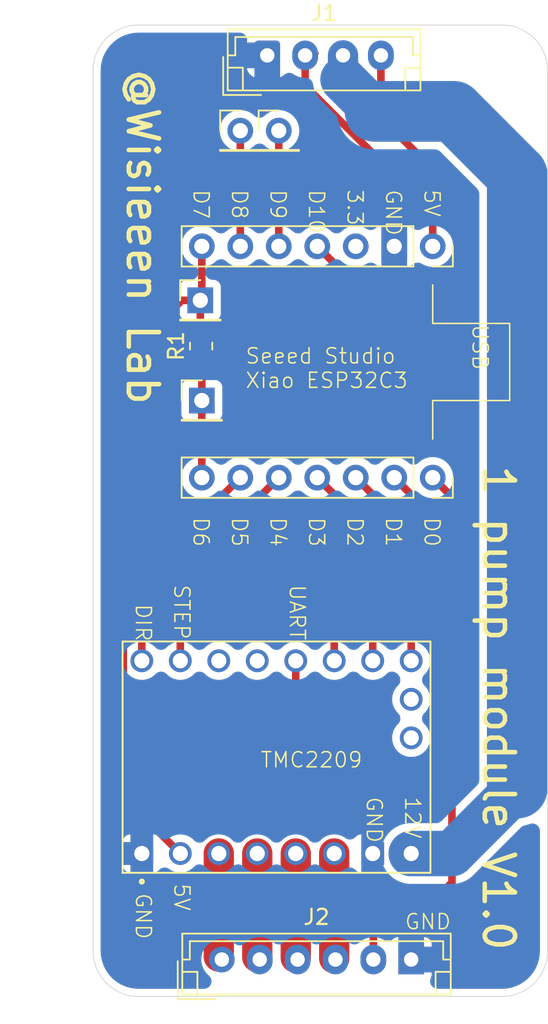
<source format=kicad_pcb>
(kicad_pcb (version 20241229) (generator "pcbnew") (generator_version "9.0")
  (layers (0 "F.Cu" signal) (2 "B.Cu" signal) (13 "F.Paste" user) (15 "B.Paste" user) (5 "F.SilkS" user "F.Silkscreen") (7 "B.SilkS" user "B.Silkscreen") (1 "F.Mask" user) (3 "B.Mask" user) (25 "Edge.Cuts" user))
  (net 0 "")
  (net 1 "Net-(D1-K)")
  (net 2 "+5V")
  (net 3 "+12V")
  (net 4 "GND")
  (net 5 "Net-(J2-Pin_5)")
  (net 6 "Net-(J2-Pin_2)")
  (net 7 "Net-(J2-Pin_4)")
  (net 8 "Net-(J2-Pin_1)")
  (net 9 "Net-(J2-Pin_3)")
  (net 10 "Net-(U2-PB08_A6_D6_TX)")
  (net 11 "Net-(U1-SPRD)")
  (net 13 "unconnected-(U1-MS2-Pad14)")
  (net 14 "Net-(U1-STEP)")
  (net 15 "unconnected-(U1-MS1-Pad15)")
  (net 16 "Net-(U1-DIR)")
  (net 20 "Net-(U1-~{EN})")
  (net 21 "unconnected-(U2-PA5_A9_D9_MISO-Pad10)")
  (net 22 "unconnected-(U2-PA7_A8_D8_SCK-Pad9)")
  (footprint "Connector_PinHeader_2.54mm:PinHeader_1x01_P2.54mm_Vertical" (layer "F.Cu") (at 175.26 60.96)
    (property "Reference" "REF**" (hide yes))
    (property "Value" "PinHeader_1x01_P2.54mm_Vertical")
    (fp_line (start -1.33 -1.33) (end 0 -1.33) (stroke (width 0.12)) (layer "F.SilkS"))
    (fp_line (start -1.33 0) (end -1.33 -1.33) (stroke (width 0.12)) (layer "F.SilkS"))
    (fp_line (start -1.33 1.27) (end -1.33 1.33) (stroke (width 0.12)) (layer "F.SilkS"))
    (fp_line (start -1.33 1.27) (end 1.33 1.27) (stroke (width 0.12)) (layer "F.SilkS"))
    (fp_line (start -1.33 1.33) (end 1.33 1.33) (stroke (width 0.12)) (layer "F.SilkS"))
    (fp_line (start 1.33 1.27) (end 1.33 1.33) (stroke (width 0.12)) (layer "F.SilkS"))
    (pad "1" thru_hole circle (at 0 0) (size 1.7 1.7) (drill 1) (layers "*.Cu" "*.Mask") (net 21 "unconnected-(U2-PA5_A9_D9_MISO-Pad10)"))
  )
  (footprint "Resistor_SMD:R_0805_2012Metric" (layer "F.Cu") (at 170.13375 75.1525 90)
    (property "Reference" "R1" (at 0 -1.65 90) (layer "F.SilkS"))
    (property "Value" "1k")
    (fp_line (start -0.227064 -0.735) (end 0.227064 -0.735) (stroke (width 0.12)) (layer "F.SilkS"))
    (fp_line (start -0.227064 0.735) (end 0.227064 0.735) (stroke (width 0.12)) (layer "F.SilkS"))
    (pad "1" smd roundrect (at -0.9125 0 90) (size 1.025 1.4) (layers "F.Cu" "F.Mask" "F.Paste") (roundrect_rratio 0.243902) (net 10 "Net-(U2-PB08_A6_D6_TX)"))
    (pad "2" smd roundrect (at 0.9125 0 90) (size 1.025 1.4) (layers "F.Cu" "F.Mask" "F.Paste") (roundrect_rratio 0.243902) (net 11 "Net-(U1-SPRD)"))
  )
  (footprint "Connector_JST:JST_EH_B4B-EH-A_1x04_P2.50mm_Vertical" (layer "F.Cu") (at 174.5 56)
    (property "Reference" "J1" (at 3.75 -2.8 0) (layer "F.SilkS"))
    (property "Value" "Conn_01x04_Socket")
    (fp_line (start -2.91 0.11) (end -2.91 2.61) (stroke (width 0.12)) (layer "F.SilkS"))
    (fp_line (start -2.91 2.61) (end -0.41 2.61) (stroke (width 0.12)) (layer "F.SilkS"))
    (fp_line (start -2.61 -1.71) (end -2.61 2.31) (stroke (width 0.12)) (layer "F.SilkS"))
    (fp_line (start -2.61 0) (end -2.11 0) (stroke (width 0.12)) (layer "F.SilkS"))
    (fp_line (start -2.61 0.81) (end -1.61 0.81) (stroke (width 0.12)) (layer "F.SilkS"))
    (fp_line (start -2.61 2.31) (end 10.11 2.31) (stroke (width 0.12)) (layer "F.SilkS"))
    (fp_line (start -2.11 -1.21) (end 9.61 -1.21) (stroke (width 0.12)) (layer "F.SilkS"))
    (fp_line (start -2.11 0) (end -2.11 -1.21) (stroke (width 0.12)) (layer "F.SilkS"))
    (fp_line (start -1.61 0.81) (end -1.61 2.31) (stroke (width 0.12)) (layer "F.SilkS"))
    (fp_line (start 9.11 0.81) (end 9.11 2.31) (stroke (width 0.12)) (layer "F.SilkS"))
    (fp_line (start 9.61 -1.21) (end 9.61 0) (stroke (width 0.12)) (layer "F.SilkS"))
    (fp_line (start 9.61 0) (end 10.11 0) (stroke (width 0.12)) (layer "F.SilkS"))
    (fp_line (start 10.11 -1.71) (end -2.61 -1.71) (stroke (width 0.12)) (layer "F.SilkS"))
    (fp_line (start 10.11 0.81) (end 9.11 0.81) (stroke (width 0.12)) (layer "F.SilkS"))
    (fp_line (start 10.11 2.31) (end 10.11 -1.71) (stroke (width 0.12)) (layer "F.SilkS"))
    (pad "1" thru_hole roundrect (at 0 0) (size 1.7 1.95) (drill 0.95) (layers "*.Cu" "*.Mask") (roundrect_rratio 0.147059) (net 4 "GND"))
    (pad "2" thru_hole oval (at 2.5 0) (size 1.7 1.95) (drill 0.95) (layers "*.Cu" "*.Mask") (net 2 "+5V"))
    (pad "3" thru_hole oval (at 5 0) (size 1.7 1.95) (drill 0.95) (layers "*.Cu" "*.Mask") (net 3 "+12V"))
    (pad "4" thru_hole oval (at 7.5 0) (size 1.7 1.95) (drill 0.95) (layers "*.Cu" "*.Mask") (net 1 "Net-(D1-K)"))
  )
  (footprint "Connector_PinHeader_2.54mm:PinHeader_1x01_P2.54mm_Vertical" (layer "F.Cu") (at 170.18 78.74)
    (property "Reference" "REF**" (hide yes))
    (property "Value" "PinHeader_1x01_P2.54mm_Vertical")
    (fp_line (start -1.33 -1.33) (end 0 -1.33) (stroke (width 0.12)) (layer "F.SilkS"))
    (fp_line (start -1.33 0) (end -1.33 -1.33) (stroke (width 0.12)) (layer "F.SilkS"))
    (fp_line (start -1.33 1.27) (end -1.33 1.33) (stroke (width 0.12)) (layer "F.SilkS"))
    (fp_line (start -1.33 1.27) (end 1.33 1.27) (stroke (width 0.12)) (layer "F.SilkS"))
    (fp_line (start -1.33 1.33) (end 1.33 1.33) (stroke (width 0.12)) (layer "F.SilkS"))
    (fp_line (start 1.33 1.27) (end 1.33 1.33) (stroke (width 0.12)) (layer "F.SilkS"))
    (pad "1" thru_hole rect (at 0 0) (size 1.7 1.7) (drill 1) (layers "*.Cu" "*.Mask") (net 10 "Net-(U2-PB08_A6_D6_TX)"))
  )
  (footprint "this project:MODULE_TMC2209_SILENTSTEPSTICK" (layer "F.Cu") (at 175.11 102.235 90)
    (property "Reference" "U1" (hide yes))
    (property "Value" "TMC2209_SILENTSTEPSTICK")
    (fp_line (start 7.62 -10.16) (end 7.62 10.16) (stroke (width 0.127)) (layer "F.SilkS"))
    (fp_line (start -7.62 -10.16) (end 7.62 -10.16) (stroke (width 0.127)) (layer "F.SilkS"))
    (fp_line (start 7.62 10.16) (end -7.62 10.16) (stroke (width 0.127)) (layer "F.SilkS"))
    (fp_line (start -7.62 10.16) (end -7.62 -10.16) (stroke (width 0.127)) (layer "F.SilkS"))
    (fp_circle (center -8.2 -8.89) (end -8.1 -8.89) (stroke (width 0.2)) (fill no) (layer "F.SilkS"))
    (pad "1" thru_hole rect (at -6.35 -8.89 90) (size 1.508 1.508) (drill 1) (layers "*.Cu" "*.Mask") (net 4 "GND"))
    (pad "2" thru_hole circle (at -6.35 -6.35 90) (size 1.508 1.508) (drill 1) (layers "*.Cu" "*.Mask") (net 2 "+5V"))
    (pad "3" thru_hole circle (at -6.35 -3.81 90) (size 1.508 1.508) (drill 1) (layers "*.Cu" "*.Mask") (net 8 "Net-(J2-Pin_1)"))
    (pad "4" thru_hole circle (at -6.35 -1.27 90) (size 1.508 1.508) (drill 1) (layers "*.Cu" "*.Mask") (net 6 "Net-(J2-Pin_2)"))
    (pad "5" thru_hole circle (at -6.35 1.27 90) (size 1.508 1.508) (drill 1) (layers "*.Cu" "*.Mask") (net 9 "Net-(J2-Pin_3)"))
    (pad "6" thru_hole circle (at -6.35 3.81 90) (size 1.508 1.508) (drill 1) (layers "*.Cu" "*.Mask") (net 7 "Net-(J2-Pin_4)"))
    (pad "7" thru_hole rect (at -6.35 6.35 90) (size 1.508 1.508) (drill 1) (layers "*.Cu" "*.Mask") (net 4 "GND"))
    (pad "8" thru_hole circle (at -6.35 8.89 90) (size 1.508 1.508) (drill 1) (layers "*.Cu" "*.Mask") (net 3 "+12V"))
    (pad "9" thru_hole circle (at 6.35 -8.89 90) (size 1.508 1.508) (drill 1) (layers "*.Cu" "*.Mask") (net 16 "Net-(U1-DIR)"))
    (pad "10" thru_hole circle (at 6.35 -6.35 90) (size 1.508 1.508) (drill 1) (layers "*.Cu" "*.Mask") (net 14 "Net-(U1-STEP)"))
    (pad "11" thru_hole circle (at 6.35 -3.81 90) (size 1.508 1.508) (drill 1) (layers "*.Cu" "*.Mask"))
    (pad "12" thru_hole circle (at 6.35 -1.27 90) (size 1.508 1.508) (drill 1) (layers "*.Cu" "*.Mask"))
    (pad "13" thru_hole circle (at 6.35 1.27 90) (size 1.508 1.508) (drill 1) (layers "*.Cu" "*.Mask") (net 11 "Net-(U1-SPRD)"))
    (pad "14" thru_hole circle (at 6.35 3.81 90) (size 1.508 1.508) (drill 1) (layers "*.Cu" "*.Mask") (net 13 "unconnected-(U1-MS2-Pad14)"))
    (pad "15" thru_hole circle (at 6.35 6.35 90) (size 1.508 1.508) (drill 1) (layers "*.Cu" "*.Mask") (net 15 "unconnected-(U1-MS1-Pad15)"))
    (pad "16" thru_hole circle (at 6.35 8.89 90) (size 1.508 1.508) (drill 1) (layers "*.Cu" "*.Mask") (net 20 "Net-(U1-~{EN})"))
    (pad "17" thru_hole circle (at 1.27 8.89 90) (size 1.508 1.508) (drill 1) (layers "*.Cu" "*.Mask"))
    (pad "18" thru_hole circle (at 3.81 8.89 90) (size 1.508 1.508) (drill 1) (layers "*.Cu" "*.Mask"))
  )
  (footprint "Connector_JST:JST_EH_B6B-EH-A_1x06_P2.50mm_Vertical" (layer "F.Cu") (at 171.5 115.57)
    (property "Reference" "J2" (at 6.25 -2.8 0) (layer "F.SilkS"))
    (property "Value" "Conn_01x06_Socket")
    (fp_line (start -2.91 0.11) (end -2.91 2.61) (stroke (width 0.12)) (layer "F.SilkS"))
    (fp_line (start -2.91 2.61) (end -0.41 2.61) (stroke (width 0.12)) (layer "F.SilkS"))
    (fp_line (start -2.61 -1.71) (end -2.61 2.31) (stroke (width 0.12)) (layer "F.SilkS"))
    (fp_line (start -2.61 0) (end -2.11 0) (stroke (width 0.12)) (layer "F.SilkS"))
    (fp_line (start -2.61 0.81) (end -1.61 0.81) (stroke (width 0.12)) (layer "F.SilkS"))
    (fp_line (start -2.61 2.31) (end 15.11 2.31) (stroke (width 0.12)) (layer "F.SilkS"))
    (fp_line (start -2.11 -1.21) (end 14.61 -1.21) (stroke (width 0.12)) (layer "F.SilkS"))
    (fp_line (start -2.11 0) (end -2.11 -1.21) (stroke (width 0.12)) (layer "F.SilkS"))
    (fp_line (start -1.61 0.81) (end -1.61 2.31) (stroke (width 0.12)) (layer "F.SilkS"))
    (fp_line (start 14.11 0.81) (end 14.11 2.31) (stroke (width 0.12)) (layer "F.SilkS"))
    (fp_line (start 14.61 -1.21) (end 14.61 0) (stroke (width 0.12)) (layer "F.SilkS"))
    (fp_line (start 14.61 0) (end 15.11 0) (stroke (width 0.12)) (layer "F.SilkS"))
    (fp_line (start 15.11 -1.71) (end -2.61 -1.71) (stroke (width 0.12)) (layer "F.SilkS"))
    (fp_line (start 15.11 0.81) (end 14.11 0.81) (stroke (width 0.12)) (layer "F.SilkS"))
    (fp_line (start 15.11 2.31) (end 15.11 -1.71) (stroke (width 0.12)) (layer "F.SilkS"))
    (pad "1" thru_hole circle (at 0 0) (size 1.7 1.7) (drill 0.95) (layers "*.Cu" "*.Mask") (net 8 "Net-(J2-Pin_1)"))
    (pad "2" thru_hole oval (at 2.5 0) (size 1.7 1.95) (drill 0.95) (layers "*.Cu" "*.Mask") (net 6 "Net-(J2-Pin_2)"))
    (pad "3" thru_hole oval (at 5 0) (size 1.7 1.95) (drill 0.95) (layers "*.Cu" "*.Mask") (net 9 "Net-(J2-Pin_3)"))
    (pad "4" thru_hole oval (at 7.5 0) (size 1.7 1.95) (drill 0.95) (layers "*.Cu" "*.Mask") (net 7 "Net-(J2-Pin_4)"))
    (pad "5" thru_hole oval (at 10 0) (size 1.7 1.95) (drill 0.95) (layers "*.Cu" "*.Mask") (net 5 "Net-(J2-Pin_5)"))
    (pad "6" thru_hole rect (at 12.5 0) (size 1.7 1.95) (drill 0.95) (layers "*.Cu" "*.Mask") (net 4 "GND"))
  )
  (footprint "Connector_PinHeader_2.54mm:PinHeader_1x01_P2.54mm_Vertical" (layer "F.Cu") (at 170.08 72.14)
    (property "Reference" "REF**" (hide yes))
    (property "Value" "PinHeader_1x01_P2.54mm_Vertical")
    (fp_line (start -1.33 -1.33) (end 0 -1.33) (stroke (width 0.12)) (layer "F.SilkS"))
    (fp_line (start -1.33 0) (end -1.33 -1.33) (stroke (width 0.12)) (layer "F.SilkS"))
    (fp_line (start -1.33 1.27) (end -1.33 1.33) (stroke (width 0.12)) (layer "F.SilkS"))
    (fp_line (start -1.33 1.27) (end 1.33 1.27) (stroke (width 0.12)) (layer "F.SilkS"))
    (fp_line (start -1.33 1.33) (end 1.33 1.33) (stroke (width 0.12)) (layer "F.SilkS"))
    (fp_line (start 1.33 1.27) (end 1.33 1.33) (stroke (width 0.12)) (layer "F.SilkS"))
    (pad "1" thru_hole rect (at 0 0) (size 1.7 1.7) (drill 1) (layers "*.Cu" "*.Mask") (net 11 "Net-(U1-SPRD)"))
  )
  (footprint "Connector_PinHeader_2.54mm:PinHeader_1x01_P2.54mm_Vertical" (layer "F.Cu") (at 172.72 60.96)
    (property "Reference" "REF**" (hide yes))
    (property "Value" "PinHeader_1x01_P2.54mm_Vertical")
    (fp_line (start -1.33 -1.33) (end 0 -1.33) (stroke (width 0.12)) (layer "F.SilkS"))
    (fp_line (start -1.33 0) (end -1.33 -1.33) (stroke (width 0.12)) (layer "F.SilkS"))
    (fp_line (start -1.33 1.27) (end -1.33 1.33) (stroke (width 0.12)) (layer "F.SilkS"))
    (fp_line (start -1.33 1.27) (end 1.33 1.27) (stroke (width 0.12)) (layer "F.SilkS"))
    (fp_line (start -1.33 1.33) (end 1.33 1.33) (stroke (width 0.12)) (layer "F.SilkS"))
    (fp_line (start 1.33 1.27) (end 1.33 1.33) (stroke (width 0.12)) (layer "F.SilkS"))
    (pad "1" thru_hole circle (at 0 0) (size 1.7 1.7) (drill 1) (layers "*.Cu" "*.Mask") (net 22 "unconnected-(U2-PA7_A8_D8_SCK-Pad9)"))
  )
  (footprint "this project:2.54_socket_for_xiao_esp32" (layer "F.Cu") (at 185.42 68.58 -90)
    (property "Reference" "U2" (hide yes))
    (property "Value" "MOUDLE-SEEEDUINO-XIAO-ESP32C3")
    (fp_line (start -1.33 16.57) (end 1.33 16.57) (stroke (width 0.12)) (layer "F.SilkS"))
    (fp_line (start 13.91 16.57) (end 16.57 16.57) (stroke (width 0.12)) (layer "F.SilkS"))
    (fp_line (start -1.33 1.27) (end -1.33 16.57) (stroke (width 0.12)) (layer "F.SilkS"))
    (fp_line (start -1.33 1.27) (end 1.33 1.27) (stroke (width 0.12)) (layer "F.SilkS"))
    (fp_line (start 1.33 1.27) (end 1.33 16.57) (stroke (width 0.12)) (layer "F.SilkS"))
    (fp_line (start 13.91 1.27) (end 13.91 16.57) (stroke (width 0.12)) (layer "F.SilkS"))
    (fp_line (start 13.91 1.27) (end 16.57 1.27) (stroke (width 0.12)) (layer "F.SilkS"))
    (fp_line (start 16.57 1.27) (end 16.57 16.57) (stroke (width 0.12)) (layer "F.SilkS"))
    (fp_line (start 5.08 0) (end 2.54 0) (stroke (width 0.1)) (layer "F.SilkS"))
    (fp_line (start 10.16 0) (end 10.16 -5.08) (stroke (width 0.1)) (layer "F.SilkS"))
    (fp_line (start 12.7 0) (end 10.16 0) (stroke (width 0.1)) (layer "F.SilkS"))
    (fp_line (start 0 -1.33) (end 1.33 -1.33) (stroke (width 0.12)) (layer "F.SilkS"))
    (fp_line (start 1.33 -1.33) (end 1.33 0) (stroke (width 0.12)) (layer "F.SilkS"))
    (fp_line (start 15.24 -1.33) (end 16.57 -1.33) (stroke (width 0.12)) (layer "F.SilkS"))
    (fp_line (start 16.57 -1.33) (end 16.57 0) (stroke (width 0.12)) (layer "F.SilkS"))
    (fp_line (start 5.08 -5.08) (end 5.08 0) (stroke (width 0.1)) (layer "F.SilkS"))
    (fp_line (start 10.16 -5.08) (end 5.08 -5.08) (stroke (width 0.1)) (layer "F.SilkS"))
    (fp_text user "5V" (at -3.81 0.635 270) (layer "F.SilkS") (effects (font (thickness 0.1)) (justify left bottom)))
    (fp_text user "D5" (at 17.78 13.335 270) (layer "F.SilkS") (effects (font (thickness 0.1)) (justify left bottom)))
    (fp_text user "D1" (at 17.78 3.175 270) (layer "F.SilkS") (effects (font (thickness 0.1)) (justify left bottom)))
    (fp_text user "D9" (at -3.81 10.795 270) (layer "F.SilkS") (effects (font (thickness 0.1)) (justify left bottom)))
    (fp_text user "D7" (at -3.81 15.875 270) (layer "F.SilkS") (effects (font (thickness 0.1)) (justify left bottom)))
    (fp_text user "D3" (at 17.78 8.255 270) (layer "F.SilkS") (effects (font (thickness 0.1)) (justify left bottom)))
    (fp_text user "3.3" (at -3.81 5.715 270) (layer "F.SilkS") (effects (font (thickness 0.1)) (justify left bottom)))
    (fp_text user "D2" (at 17.78 5.715 270) (layer "F.SilkS") (effects (font (thickness 0.1)) (justify left bottom)))
    (fp_text user "USB" (at 5.08 -2.54 270) (layer "F.SilkS") (effects (font (thickness 0.1)) (justify left bottom)))
    (fp_text user "D6" (at 17.78 15.875 270) (layer "F.SilkS") (effects (font (thickness 0.1)) (justify left bottom)))
    (fp_text user "D4" (at 17.78 10.795 270) (layer "F.SilkS") (effects (font (thickness 0.1)) (justify left bottom)))
    (fp_text user "GND" (at -3.81 3.175 270) (layer "F.SilkS") (effects (font (thickness 0.1)) (justify left bottom)))
    (fp_text user "D10" (at -3.81 8.255 270) (layer "F.SilkS") (effects (font (thickness 0.1)) (justify left bottom)))
    (fp_text user "D8" (at -3.81 13.335 270) (layer "F.SilkS") (effects (font (thickness 0.1)) (justify left bottom)))
    (fp_text user "D0" (at 17.78 0.635 270) (layer "F.SilkS") (effects (font (thickness 0.1)) (justify left bottom)))
    (pad "0" thru_hole circle (at 15.24 0 270) (size 1.7 1.7) (drill 1) (layers "*.Cu" "*.Mask") (net 5 "Net-(J2-Pin_5)"))
    (pad "1" thru_hole oval (at 15.24 2.54 270) (size 1.7 1.7) (drill 1) (layers "*.Cu" "*.Mask") (net 20 "Net-(U1-~{EN})"))
    (pad "2" thru_hole oval (at 15.24 5.08 270) (size 1.7 1.7) (drill 1) (layers "*.Cu" "*.Mask") (net 15 "unconnected-(U1-MS1-Pad15)"))
    (pad "3" thru_hole oval (at 15.24 7.62 270) (size 1.7 1.7) (drill 1) (layers "*.Cu" "*.Mask") (net 13 "unconnected-(U1-MS2-Pad14)"))
    (pad "4" thru_hole oval (at 15.24 10.16 270) (size 1.7 1.7) (drill 1) (layers "*.Cu" "*.Mask") (net 14 "Net-(U1-STEP)"))
    (pad "5" thru_hole oval (at 15.24 12.7 270) (size 1.7 1.7) (drill 1) (layers "*.Cu" "*.Mask") (net 16 "Net-(U1-DIR)"))
    (pad "6" thru_hole oval (at 15.24 15.24 270) (size 1.7 1.7) (drill 1) (layers "*.Cu" "*.Mask") (net 10 "Net-(U2-PB08_A6_D6_TX)"))
    (pad "7" thru_hole oval (at 0 15.24 270) (size 1.7 1.7) (drill 1) (layers "*.Cu" "*.Mask") (net 11 "Net-(U1-SPRD)"))
    (pad "8" thru_hole oval (at 0 12.7 270) (size 1.7 1.7) (drill 1) (layers "*.Cu" "*.Mask") (net 22 "unconnected-(U2-PA7_A8_D8_SCK-Pad9)"))
    (pad "9" thru_hole oval (at 0 10.16 270) (size 1.7 1.7) (drill 1) (layers "*.Cu" "*.Mask") (net 21 "unconnected-(U2-PA5_A9_D9_MISO-Pad10)"))
    (pad "10" thru_hole oval (at 0 7.62 270) (size 1.7 1.7) (drill 1) (layers "*.Cu" "*.Mask") (net 1 "Net-(D1-K)"))
    (pad "11" thru_hole oval (at 0 5.08 270) (size 1.7 1.7) (drill 1) (layers "*.Cu" "*.Mask"))
    (pad "12" thru_hole rect (at 0 2.54 270) (size 1.7 1.7) (drill 1) (layers "*.Cu" "*.Mask") (net 4 "GND"))
    (pad "13" thru_hole circle (at 0 0 270) (size 1.7 1.7) (drill 1) (layers "*.Cu" "*.Mask") (net 2 "+5V"))
  )
  (gr_line (start 163 115) (end 163 57) (stroke (width 0.05)) (layer "Edge.Cuts"))
  (gr_line (start 166 54) (end 190 54) (stroke (width 0.05)) (layer "Edge.Cuts"))
  (gr_arc (start 163 57) (mid 163.87868 54.87868) (end 166 54) (stroke (width 0.05)) (layer "Edge.Cuts"))
  (gr_line (start 193 57) (end 193 115) (stroke (width 0.05)) (layer "Edge.Cuts"))
  (gr_line (start 190 118) (end 166 118) (stroke (width 0.05)) (layer "Edge.Cuts"))
  (gr_arc (start 190 54) (mid 192.12132 54.87868) (end 193 57) (stroke (width 0.05)) (layer "Edge.Cuts"))
  (gr_arc (start 193 115) (mid 192.12132 117.12132) (end 190 118) (stroke (width 0.05)) (layer "Edge.Cuts"))
  (gr_arc (start 166 118) (mid 163.87868 117.12132) (end 163 115) (stroke (width 0.05)) (layer "Edge.Cuts"))
  (gr_text "GND" (at 180.975 104.775 270) (layer "F.SilkS") (effects (font (size 1 1) (thickness 0.1)) (justify left bottom)))
  (gr_text "GND" (at 165.735 111.125 270) (layer "F.SilkS") (effects (font (size 1 1) (thickness 0.1)) (justify left bottom)))
  (gr_text "@Wisieeen Lab" (at 165.1 67.945 270) (layer "F.SilkS") (effects (font (size 2 2) (thickness 0.3)) (justify bottom)))
  (gr_text "12V\n" (at 183.515 104.775 270) (layer "F.SilkS") (effects (font (size 1 1) (thickness 0.1)) (justify left bottom)))
  (gr_text "DIR" (at 165.735 92.075 270) (layer "F.SilkS") (effects (font (size 1 1) (thickness 0.1)) (justify left bottom)))
  (gr_text "Seeed Studio\nXiao ESP32C3" (at 173 78 0) (layer "F.SilkS") (effects (font (size 1 1) (thickness 0.1)) (justify left bottom)))
  (gr_text "5V\n" (at 168.275 110.49 270) (layer "F.SilkS") (effects (font (size 1 1) (thickness 0.1)) (justify left bottom)))
  (gr_text "1 pump module V1.0\n" (at 188.595 99 270) (layer "F.SilkS") (effects (font (size 2 2) (thickness 0.3)) (justify bottom)))
  (gr_text "UART" (at 175.895 90.805 270) (layer "F.SilkS") (effects (font (size 1 1) (thickness 0.1)) (justify left bottom)))
  (gr_text "GND" (at 183.515 113.665 0) (layer "F.SilkS") (effects (font (size 1 1) (thickness 0.1)) (justify left bottom)))
  (gr_text "TMC2209" (at 174 103 0) (layer "F.SilkS") (effects (font (size 1 1) (thickness 0.1)) (justify left bottom)))
  (gr_text "STEP" (at 168.275 90.805 270) (layer "F.SilkS") (effects (font (size 1 1) (thickness 0.1)) (justify left bottom)))
  (segment (start 187.96 66.04) (end 182 60.08) (width 0.5) (layer "F.Cu") (net 1))
  (segment (start 180.34 71.12) (end 185.42 71.12) (width 0.5) (layer "F.Cu") (net 1))
  (segment (start 177.8 68.58) (end 180.34 71.12) (width 0.5) (layer "F.Cu") (net 1))
  (segment (start 187.96 68.58) (end 187.96 66.04) (width 0.5) (layer "F.Cu") (net 1))
  (segment (start 185.42 71.12) (end 187.96 68.58) (width 0.5) (layer "F.Cu") (net 1))
  (segment (start 182 60.08) (end 182 56.76) (width 0.5) (layer "F.Cu") (net 1))
  (segment (start 164 103.825) (end 168.76 108.585) (width 0.5) (layer "F.Cu") (net 2))
  (segment (start 185.42 68.58) (end 185.42 66.42) (width 0.5) (layer "F.Cu") (net 2))
  (segment (start 177 58) (end 176.58 58.42) (width 0.5) (layer "F.Cu") (net 2))
  (segment (start 172.76 55.88) (end 172.76 55.92) (width 0.2) (layer "F.Cu") (net 2))
  (segment (start 185.42 66.42) (end 177 58) (width 0.5) (layer "F.Cu") (net 2))
  (segment (start 170.22 58.42) (end 164 64.64) (width 0.5) (layer "F.Cu") (net 2))
  (segment (start 176.58 58.42) (end 170.22 58.42) (width 0.5) (layer "F.Cu") (net 2))
  (segment (start 177.76 55.88) (end 177.8 55.88) (width 0.2) (layer "F.Cu") (net 2))
  (segment (start 164 64.64) (end 164 103.825) (width 0.5) (layer "F.Cu") (net 2))
  (segment (start 177 58) (end 177 56) (width 0.5) (layer "F.Cu") (net 2))
  (segment (start 181.61 59.69) (end 179.5 57.58) (width 3) (layer "B.Cu") (net 3))
  (segment (start 180.38 60.92) (end 180.34 60.96) (width 0.2) (layer "B.Cu") (net 3))
  (segment (start 181.61 59.69) (end 186.805 59.69) (width 4) (layer "B.Cu") (net 3))
  (segment (start 186.69 108.585) (end 184 108.585) (width 3) (layer "B.Cu") (net 3))
  (segment (start 190.999 104.276) (end 186.69 108.585) (width 3) (layer "B.Cu") (net 3))
  (segment (start 190.999 63.884) (end 190.999 104.276) (width 4) (layer "B.Cu") (net 3))
  (segment (start 186.805 59.69) (end 190.999 63.884) (width 4) (layer "B.Cu") (net 3))
  (segment (start 179.5 57.58) (end 179.5 56) (width 2) (layer "B.Cu") (net 3))
  (segment (start 184.03 115.57) (end 184.03 115.27) (width 0.5) (layer "F.Cu") (net 4))
  (segment (start 181.5 113.5) (end 181.5 115.57) (width 0.5) (layer "F.Cu") (net 5))
  (segment (start 183.06 111.94) (end 181.5 113.5) (width 0.5) (layer "F.Cu") (net 5))
  (segment (start 186.69 110.49) (end 185.24 111.94) (width 0.5) (layer "F.Cu") (net 5))
  (segment (start 186.69 85.09) (end 186.69 110.49) (width 0.5) (layer "F.Cu") (net 5))
  (segment (start 185.42 83.82) (end 186.69 85.09) (width 0.5) (layer "F.Cu") (net 5))
  (segment (start 185.24 111.94) (end 183.06 111.94) (width 0.5) (layer "F.Cu") (net 5))
  (segment (start 173.84 108.585) (end 173.84 115.41) (width 2) (layer "F.Cu") (net 6))
  (segment (start 174.03 108.625) (end 173.99 108.585) (width 0.2) (layer "F.Cu") (net 6))
  (segment (start 173.84 115.41) (end 174 115.57) (width 0.2) (layer "F.Cu") (net 6))
  (segment (start 178.92 108.585) (end 178.92 115.49) (width 2) (layer "F.Cu") (net 7))
  (segment (start 178.92 115.49) (end 179 115.57) (width 0.2) (layer "F.Cu") (net 7))
  (segment (start 171.3 108.585) (end 171.3 115.37) (width 2) (layer "F.Cu") (net 8))
  (segment (start 171.3 115.37) (end 171.5 115.57) (width 0.2) (layer "F.Cu") (net 8))
  (segment (start 176.38 108.585) (end 176.38 115.45) (width 2) (layer "F.Cu") (net 9))
  (segment (start 176.38 115.45) (end 176.5 115.57) (width 0.2) (layer "F.Cu") (net 9))
  (segment (start 170.18 78.74) (end 170.18 76.11125) (width 0.5) (layer "F.Cu") (net 10))
  (segment (start 170.13375 78.69375) (end 170.18 78.74) (width 0.2) (layer "F.Cu") (net 10))
  (segment (start 170.18 76.11125) (end 170.13375 76.065) (width 0.2) (layer "F.Cu") (net 10))
  (segment (start 170.18 83.82) (end 170.18 78.74) (width 0.5) (layer "F.Cu") (net 10))
  (segment (start 166 98) (end 176 98) (width 0.5) (layer "F.Cu") (net 11))
  (segment (start 176.38 97.62) (end 176.38 95.885) (width 0.5) (layer "F.Cu") (net 11))
  (segment (start 165 76) (end 165 97) (width 0.5) (layer "F.Cu") (net 11))
  (segment (start 176 98) (end 176.38 97.62) (width 0.5) (layer "F.Cu") (net 11))
  (segment (start 170.08 74.18625) (end 170.13375 74.24) (width 0.2) (layer "F.Cu") (net 11))
  (segment (start 168.86 72.14) (end 165 76) (width 0.5) (layer "F.Cu") (net 11))
  (segment (start 170.08 72.14) (end 168.86 72.14) (width 0.5) (layer "F.Cu") (net 11))
  (segment (start 170.18 68.58) (end 170.18 72.04) (width 0.5) (layer "F.Cu") (net 11))
  (segment (start 170.18 72.04) (end 170.08 72.14) (width 0.2) (layer "F.Cu") (net 11))
  (segment (start 170.08 72.14) (end 170.08 74.18625) (width 0.5) (layer "F.Cu") (net 11))
  (segment (start 165 97) (end 166 98) (width 0.5) (layer "F.Cu") (net 11))
  (segment (start 177.8 83.82) (end 178.92 84.94) (width 0.5) (layer "F.Cu") (net 13))
  (segment (start 178.92 84.94) (end 178.92 95.885) (width 0.5) (layer "F.Cu") (net 13))
  (segment (start 168.76 90.32) (end 168.76 95.885) (width 0.5) (layer "F.Cu") (net 14))
  (segment (start 175.26 83.82) (end 168.76 90.32) (width 0.5) (layer "F.Cu") (net 14))
  (segment (start 180.34 83.82) (end 181.46 84.94) (width 0.5) (layer "F.Cu") (net 15))
  (segment (start 181.46 84.94) (end 181.46 95.885) (width 0.5) (layer "F.Cu") (net 15))
  (segment (start 166.22 90.32) (end 166.22 95.885) (width 0.5) (layer "F.Cu") (net 16))
  (segment (start 172.72 83.82) (end 166.22 90.32) (width 0.5) (layer "F.Cu") (net 16))
  (segment (start 184 84.94) (end 184 95.885) (width 0.5) (layer "F.Cu") (net 20))
  (segment (start 182.88 83.82) (end 184 84.94) (width 0.5) (layer "F.Cu") (net 20))
  (segment (start 175.26 60.96) (end 175.26 68.58) (width 0.5) (layer "F.Cu") (net 21))
  (segment (start 172.72 60.96) (end 172.72 68.58) (width 0.5) (layer "F.Cu") (net 22))
  (zone (net 4) (net_name "GND") (layer "B.Cu") (priority 1) (connect_pads (clearance 0.5)) (min_thickness 1) (fill yes (thermal_gap 0.5) (thermal_bridge_width 2))
    (polygon (pts (xy 193.04 53.34) (xy 193.04 119.38) (xy 162.56 119.38) (xy 162.56 53.34)))
  )
)
</source>
